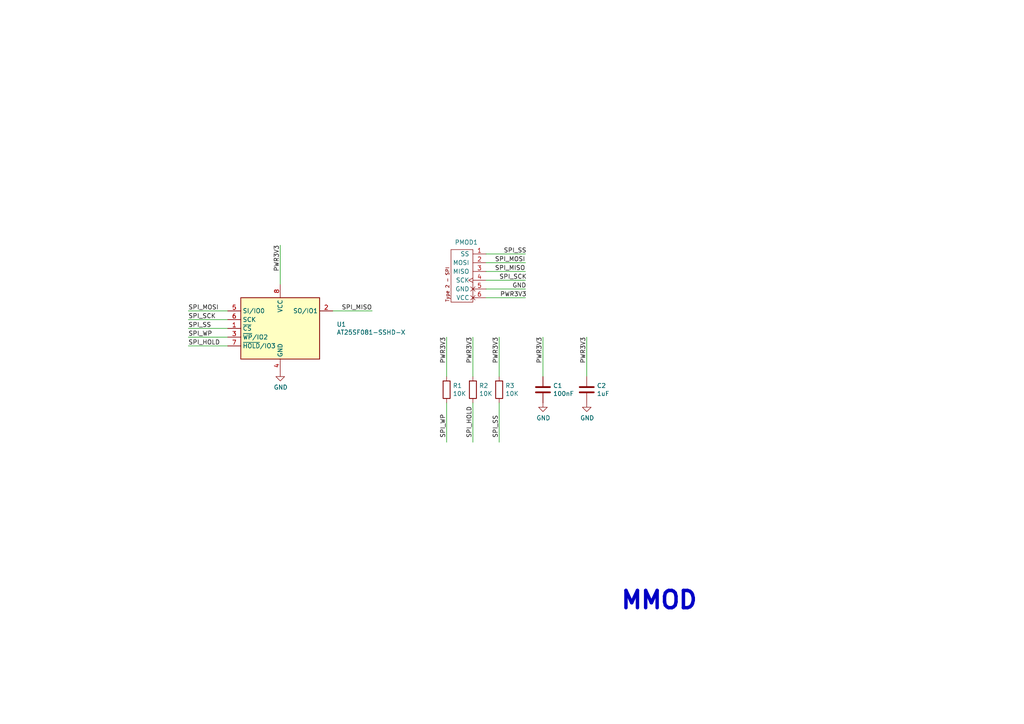
<source format=kicad_sch>
(kicad_sch (version 20211123) (generator eeschema)
  (paper "A4")
  (title_block (title "LD-MMOD-SOIC8") (date "2022-01-19") (rev "V0") (company "Copyright © 2022 Lone Dynamics Corporation"))
  (lib_symbols
    (symbol "Device:C" (pin_numbers hide) (pin_names (offset 0.254))
      (property "Reference" "C" (at 0.635 2.54 0))
      (property "Value" "C" (at 0.635 -2.54 0))
      (symbol "C_0_1"
        (polyline (pts (xy -2.032 -0.762) (xy 2.032 -0.762)) (stroke (width 0.508)))
        (polyline (pts (xy -2.032 0.762) (xy 2.032 0.762)) (stroke (width 0.508)))
      )
      (symbol "C_1_1"
        (pin passive line (at 0 3.81 270) (length 2.794) (name "~") (number "1"))
        (pin passive line (at 0 -3.81 90) (length 2.794) (name "~") (number "2"))
      )
    )
    (symbol "Device:R" (pin_numbers hide) (pin_names (offset 0))
      (property "Reference" "R" (at 2.032 0 90))
      (property "Value" "R" (at 0 0 90))
      (symbol "R_0_1"
        (rectangle (start -1.016 -2.54) (end 1.016 2.54) (stroke (width 0.254)))
      )
      (symbol "R_1_1"
        (pin passive line (at 0 3.81 270) (length 1.27) (name "~") (number "1"))
        (pin passive line (at 0 -3.81 90) (length 1.27) (name "~") (number "2"))
      )
    )
    (symbol "Memory_Flash:AT25SF081-SSHD-X"
      (property "Reference" "U" (at 2.54 12.7 0))
      (property "Value" "AT25SF081-SSHD-X" (at 10.16 10.16 0))
      (symbol "AT25SF081-SSHD-X_1_1"
        (rectangle (start -11.43 8.89) (end 11.43 -8.89) (stroke (width 0.254)) (fill (type background)))
        (pin input line (at -15.24 0 0) (length 3.81) (name "~{CS}") (number "1"))
        (pin bidirectional line (at 15.24 5.08 180) (length 3.81) (name "SO/IO1") (number "2"))
        (pin bidirectional line (at -15.24 -2.54 0) (length 3.81) (name "~{WP}/IO2") (number "3"))
        (pin power_in line (at 0 -12.7 90) (length 3.81) (name "GND") (number "4"))
        (pin bidirectional line (at -15.24 5.08 0) (length 3.81) (name "SI/IO0") (number "5"))
        (pin input line (at -15.24 2.54 0) (length 3.81) (name "SCK") (number "6"))
        (pin bidirectional line (at -15.24 -5.08 0) (length 3.81) (name "~{HOLD}/IO3") (number "7"))
        (pin power_in line (at 0 12.7 270) (length 3.81) (name "VCC") (number "8"))
      )
    )
    (symbol "pmod:PMOD-Device-x1-Type-2-SPI" (pin_names (offset 1.016))
      (property "Reference" "PMOD" (at -3.302 -1.27 0))
      (symbol "PMOD-Device-x1-Type-2-SPI_0_0"
        (text "Type 2 - SPI" (at -7.366 0 900) (effects (font (size 0.9906 0.9906)) (justify left)))
      )
      (symbol "PMOD-Device-x1-Type-2-SPI_0_1"
        (rectangle (start 0 15.24) (end -6.35 0))
      )
      (symbol "PMOD-Device-x1-Type-2-SPI_1_1"
        (pin output line (at 3.81 13.97 180) (length 3.81) (name "SS") (number "1"))
        (pin output line (at 3.81 11.43 180) (length 3.81) (name "MOSI") (number "2"))
        (pin input line (at 3.81 8.89 180) (length 3.81) (name "MISO") (number "3"))
        (pin output clock (at 3.81 6.35 180) (length 3.81) (name "SCK") (number "4"))
        (pin power_out non_logic (at 3.81 3.81 180) (length 3.81) (name "GND") (number "5"))
        (pin power_out non_logic (at 3.81 1.27 180) (length 3.81) (name "VCC") (number "6"))
      )
    )
    (symbol "power:GND" (power) (pin_names (offset 0))
      (property "Value" "GND" (at 0 -3.81 0))
      (symbol "GND_0_1"
        (polyline (pts (xy 0 0) (xy 0 -1.27) (xy 1.27 -1.27) (xy 0 -2.54) (xy -1.27 -1.27) (xy 0 -1.27)))
      )
      (symbol "GND_1_1"
        (pin power_in line (at 0 0 270) (length 0) hide (name "GND") (number "1"))
      )
    )
  )
  (wire (pts (xy 129.54 128.27) (xy 129.54 116.84)))
  (wire (pts (xy 137.16 128.27) (xy 137.16 116.84)))
  (wire (pts (xy 107.95 90.17) (xy 96.52 90.17)))
  (wire (pts (xy 137.16 109.22) (xy 137.16 97.79)))
  (wire (pts (xy 66.04 100.33) (xy 54.61 100.33)))
  (wire (pts (xy 66.04 92.71) (xy 54.61 92.71)))
  (wire (pts (xy 152.4 76.2) (xy 140.97 76.2)))
  (wire (pts (xy 66.04 90.17) (xy 54.61 90.17)))
  (wire (pts (xy 66.04 97.79) (xy 54.61 97.79)))
  (wire (pts (xy 152.4 81.28) (xy 140.97 81.28)))
  (wire (pts (xy 129.54 109.22) (xy 129.54 97.79)))
  (wire (pts (xy 66.04 95.25) (xy 54.61 95.25)))
  (wire (pts (xy 152.4 86.36) (xy 140.97 86.36)))
  (wire (pts (xy 157.48 109.22) (xy 157.48 97.79)))
  (wire (pts (xy 152.4 78.74) (xy 140.97 78.74)))
  (wire (pts (xy 170.18 109.22) (xy 170.18 97.79)))
  (wire (pts (xy 144.78 109.22) (xy 144.78 97.79)))
  (wire (pts (xy 152.4 83.82) (xy 140.97 83.82)))
  (wire (pts (xy 144.78 128.27) (xy 144.78 116.84)))
  (wire (pts (xy 152.4 73.66) (xy 140.97 73.66)))
  (wire (pts (xy 81.28 82.55) (xy 81.28 71.12)))
  (text "MMOD" (at 179.705 177.165 0) (effects (font (size 5 5) (thickness 1) bold) (justify left bottom)))
  (label "SPI_SS" (at 54.61 95.25 0))
  (label "SPI_MOSI" (at 143.51 76.2 0))
  (label "SPI_WP" (at 129.54 127 90))
  (label "SPI_SCK" (at 144.78 81.28 0))
  (label "PWR3V3" (at 157.48 105.41 90))
  (label "PWR3V3" (at 129.54 105.41 90))
  (label "SPI_MOSI" (at 54.61 90.17 0))
  (label "SPI_HOLD" (at 54.61 100.33 0))
  (label "SPI_WP" (at 54.61 97.79 0))
  (label "SPI_SS" (at 146.05 73.66 0))
  (label "SPI_HOLD" (at 137.16 127 90))
  (label "PWR3V3" (at 144.78 105.41 90))
  (label "PWR3V3" (at 81.28 78.74 90))
  (label "SPI_MISO" (at 99.06 90.17 0))
  (label "SPI_MISO" (at 143.51 78.74 0))
  (label "SPI_SS" (at 144.78 127 90))
  (label "PWR3V3" (at 170.18 105.41 90))
  (label "SPI_SCK" (at 54.61 92.71 0))
  (label "GND" (at 148.59 83.82 0))
  (label "PWR3V3" (at 145.034 86.36 0))
  (label "PWR3V3" (at 137.16 105.41 90))
  (symbol (lib_id "Memory_Flash:AT25SF081-SSHD-X") (at 81.28 95.25 0) (unit 1)
    (property "Reference" "U1" (at 97.6376 94.0816 0) (effects (justify left)))
    (property "Value" "AT25SF081-SSHD-X" (at 97.6376 96.393 0) (effects (justify left)))
    (property "Footprint" "Package_SO:SOIC-8_3.9x4.9mm_P1.27mm" (effects hide))
    (property "Datasheet" "https://www.adestotech.com/wp-content/uploads/DS-AT25SF081_045.pdf" (effects hide))
  )
  (symbol (lib_id "pmod:PMOD-Device-x1-Type-2-SPI") (at 137.16 87.63 0) (unit 1)
    (property "Reference" "PMOD1" (at 135.255 70.2818 0))
    (property "Value" "PMOD-Device-x1-Type-2-SPI" (effects hide))
    (property "Footprint" "Connector_PinHeader_2.54mm:PinHeader_1x06_P2.54mm_Horizontal" (effects hide))
  )
  (symbol (lib_id "Device:R") (at 129.54 113.03 0) (unit 1)
    (property "Reference" "R1" (at 131.318 111.8616 0) (effects (justify left)))
    (property "Value" "10K" (at 131.318 114.173 0) (effects (justify left)))
    (property "Footprint" "Resistor_SMD:R_0603_1608Metric" (effects hide))
  )
  (symbol (lib_id "Device:R") (at 137.16 113.03 0) (unit 1)
    (property "Reference" "R2" (at 138.938 111.8616 0) (effects (justify left)))
    (property "Value" "10K" (at 138.938 114.173 0) (effects (justify left)))
    (property "Footprint" "Resistor_SMD:R_0603_1608Metric" (effects hide))
  )
  (symbol (lib_id "Device:R") (at 144.78 113.03 0) (unit 1)
    (property "Reference" "R3" (at 146.558 111.8616 0) (effects (justify left)))
    (property "Value" "10K" (at 146.558 114.173 0) (effects (justify left)))
    (property "Footprint" "Resistor_SMD:R_0603_1608Metric" (effects hide))
  )
  (symbol (lib_id "Device:C") (at 157.48 113.03 0) (unit 1)
    (property "Reference" "C1" (at 160.401 111.8616 0) (effects (justify left)))
    (property "Value" "100nF" (at 160.401 114.173 0) (effects (justify left)))
    (property "Footprint" "Capacitor_SMD:C_0603_1608Metric" (effects hide))
  )
  (symbol (lib_id "power:GND") (at 157.48 116.84 0) (unit 1)
    (property "Reference" "#PWR0101" (effects hide))
    (property "Value" "GND" (at 157.607 121.2342 0))
  )
  (symbol (lib_id "power:GND") (at 81.28 107.95 0) (unit 1)
    (property "Reference" "#PWR0102" (effects hide))
    (property "Value" "GND" (at 81.407 112.3442 0))
  )
  (symbol (lib_id "Device:C") (at 170.18 113.03 0) (unit 1)
    (property "Reference" "C2" (at 173.101 111.8616 0) (effects (justify left)))
    (property "Value" "1uF" (at 173.101 114.173 0) (effects (justify left)))
    (property "Footprint" "Capacitor_SMD:C_0603_1608Metric" (effects hide))
  )
  (symbol (lib_id "power:GND") (at 170.18 116.84 0) (unit 1)
    (property "Reference" "#PWR0103" (effects hide))
    (property "Value" "GND" (at 170.307 121.2342 0))
  )
)
</source>
